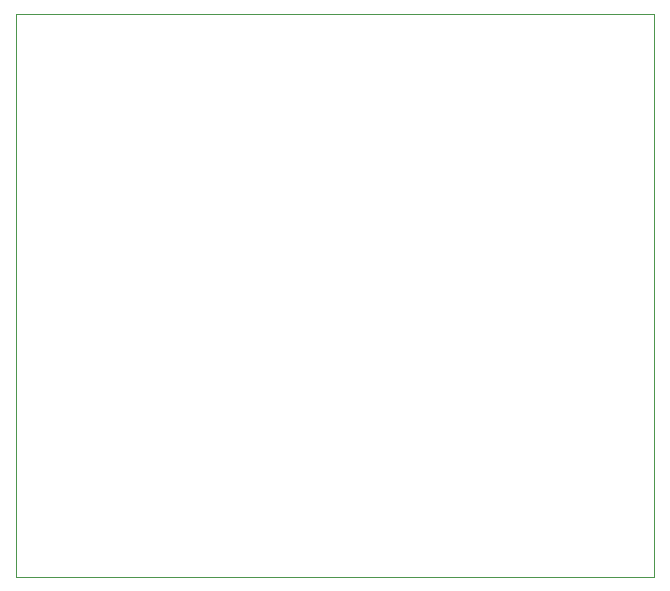
<source format=gbr>
%TF.GenerationSoftware,KiCad,Pcbnew,(5.1.9)-1*%
%TF.CreationDate,2021-11-14T13:30:33-05:00*%
%TF.ProjectId,Telem Board,54656c65-6d20-4426-9f61-72642e6b6963,rev?*%
%TF.SameCoordinates,Original*%
%TF.FileFunction,Profile,NP*%
%FSLAX46Y46*%
G04 Gerber Fmt 4.6, Leading zero omitted, Abs format (unit mm)*
G04 Created by KiCad (PCBNEW (5.1.9)-1) date 2021-11-14 13:30:33*
%MOMM*%
%LPD*%
G01*
G04 APERTURE LIST*
%TA.AperFunction,Profile*%
%ADD10C,0.050000*%
%TD*%
G04 APERTURE END LIST*
D10*
X181610000Y-111760000D02*
X127635000Y-111760000D01*
X181610000Y-104775000D02*
X181610000Y-111760000D01*
X181610000Y-64135000D02*
X181610000Y-104775000D01*
X127635000Y-64135000D02*
X181610000Y-64135000D01*
X127635000Y-111760000D02*
X127635000Y-64135000D01*
M02*

</source>
